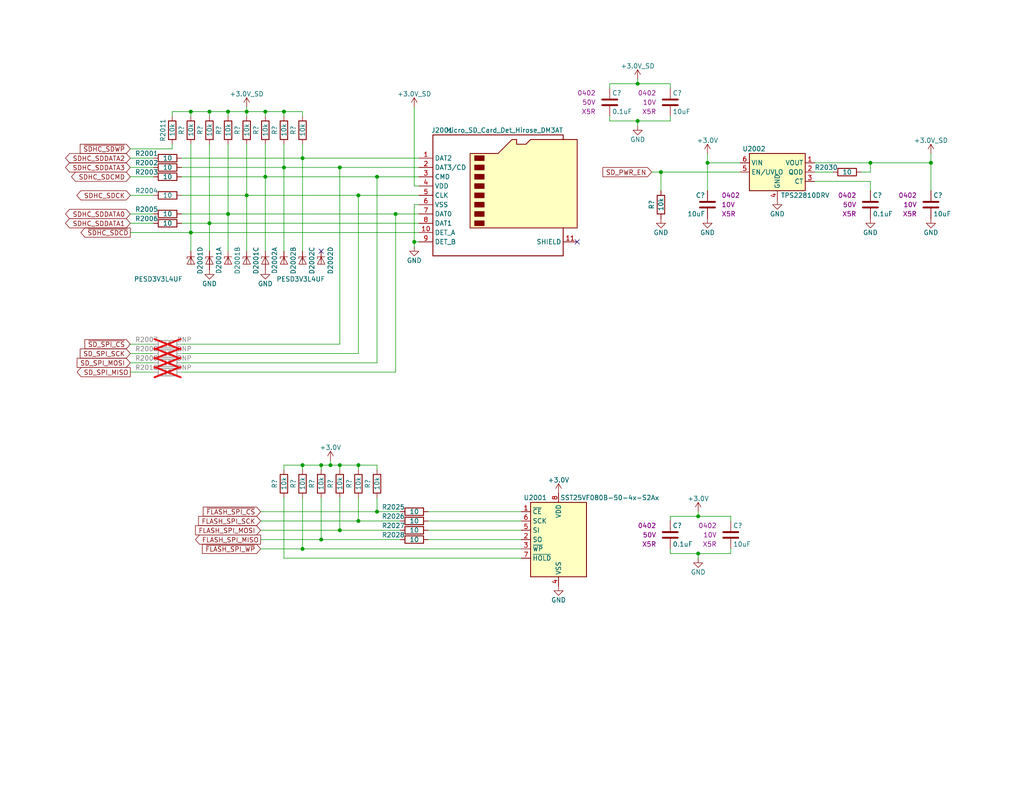
<source format=kicad_sch>
(kicad_sch (version 20231120) (generator "eeschema") (generator_version "8.0")
  (paper "A")
  (title_block (title "Thermal Camera") (date "2024-05-24") (rev "PRELIM") (company "Drew Maatman and Michael Laffin"))
  (lib_symbols
    (symbol "Connector:Micro_SD_Card_Det_Hirose_DM3AT"
      (property "Reference" "J" (at -16.51 17.78 0))
      (property "Value" "Micro_SD_Card_Det_Hirose_DM3AT" (at 16.51 17.78 0))
      (symbol "Micro_SD_Card_Det_Hirose_DM3AT_1_1"
        (pin bidirectional line (at -22.86 10.16 0) (length 3.81) (name "DAT2") (number "1"))
        (pin passive line (at -22.86 -10.16 0) (length 3.81) (name "DET_A") (number "10"))
        (pin passive line (at 20.32 -12.7 180) (length 3.81) (name "SHIELD") (number "11"))
        (pin bidirectional line (at -22.86 7.62 0) (length 3.81) (name "DAT3/CD") (number "2"))
        (pin input line (at -22.86 5.08 0) (length 3.81) (name "CMD") (number "3"))
        (pin power_in line (at -22.86 2.54 0) (length 3.81) (name "VDD") (number "4"))
        (pin input line (at -22.86 0 0) (length 3.81) (name "CLK") (number "5"))
        (pin power_in line (at -22.86 -2.54 0) (length 3.81) (name "VSS") (number "6"))
        (pin bidirectional line (at -22.86 -5.08 0) (length 3.81) (name "DAT0") (number "7"))
        (pin bidirectional line (at -22.86 -7.62 0) (length 3.81) (name "DAT1") (number "8"))
        (pin passive line (at -22.86 -12.7 0) (length 3.81) (name "DET_B") (number "9"))
      )
    )
    (symbol "Custom Library:+3.0V" (power) (pin_names (offset 0))
      (property "Value" "+3.0V" (at 0 3.556 0))
      (symbol "+3.0V_1_1"
        (pin power_in line (at 0 0 90) (length 0) hide (name "+3.0V") (number "1"))
      )
    )
    (symbol "Custom Library:+3.0V_SD" (power) (pin_names (offset 0))
      (property "Value" "+3.0V_SD" (at 0 3.556 0))
      (symbol "+3.0V_SD_1_1"
        (pin power_in line (at 0 0 90) (length 0) hide (name "+3.0V_SD") (number "1"))
      )
    )
    (symbol "Custom_Library:C_Custom" (pin_numbers hide) (pin_names (offset 0.254))
      (property "Reference" "C" (at 0.635 2.54 0))
      (property "Value" "Custom_Library_C_Custom" (at 0.635 -2.54 0))
      (property "display_footprint" "Foot" (at -3.81 2.54 0))
      (property "Voltage" "V" (at -3.81 0 0))
      (property "Dielectric" "Er" (at -3.81 -2.54 0))
      (symbol "C_Custom_1_1"
        (pin passive line (at 0 3.81 270) (length 2.794) (name "~") (number "1"))
        (pin passive line (at 0 -3.81 90) (length 2.794) (name "~") (number "2"))
      )
    )
    (symbol "Custom_Library:R_Custom" (pin_numbers hide) (pin_names (offset 1.016) hide)
      (property "Reference" "R" (at -2.54 0 90))
      (property "Value" "Custom_Library_R_Custom" (at 0 0 90))
      (property "display_footprint" "Foot" (at 2.54 0 90))
      (property "Tolerance" "Tol" (at 5.08 0 90))
      (property "Wattage" "W" (at 7.62 0 90))
      (symbol "R_Custom_1_1"
        (pin passive line (at 0 3.81 270) (length 1.27) (name "1") (number "1"))
        (pin passive line (at 0 -3.81 90) (length 1.27) (name "2") (number "2"))
      )
    )
    (symbol "Memory_Flash:SST25VF080B-50-4x-S2Ax"
      (property "Reference" "U" (at -6.35 11.43 0))
      (property "Value" "SST25VF080B-50-4x-S2Ax" (at 13.97 11.43 0))
      (symbol "SST25VF080B-50-4x-S2Ax_1_1"
        (pin input line (at -10.16 7.62 0) (length 2.54) (name "~{CE}") (number "1"))
        (pin output line (at -10.16 0 0) (length 2.54) (name "SO") (number "2"))
        (pin input line (at -10.16 -2.54 0) (length 2.54) (name "~{WP}") (number "3"))
        (pin power_in line (at 0 -12.7 90) (length 2.54) (name "VSS") (number "4"))
        (pin input line (at -10.16 2.54 0) (length 2.54) (name "SI") (number "5"))
        (pin input line (at -10.16 5.08 0) (length 2.54) (name "SCK") (number "6"))
        (pin input line (at -10.16 -5.08 0) (length 2.54) (name "~{HOLD}") (number "7"))
        (pin power_in line (at 0 12.7 270) (length 2.54) (name "VDD") (number "8"))
      )
    )
    (symbol "Power_Management:TPS22810DRV"
      (property "Reference" "U" (at -6.35 6.35 0))
      (property "Value" "TPS22810DRV" (at 7.62 -6.35 0))
      (symbol "TPS22810DRV_1_1"
        (pin power_out line (at 10.16 2.54 180) (length 2.54) (name "VOUT") (number "1"))
        (pin open_collector line (at 10.16 0 180) (length 2.54) (name "QOD") (number "2"))
        (pin output line (at 10.16 -2.54 180) (length 2.54) (name "CT") (number "3"))
        (pin power_in line (at 0 -7.62 90) (length 2.54) (name "GND") (number "4"))
        (pin input line (at -10.16 0 0) (length 2.54) (name "EN/UVLO") (number "5"))
        (pin power_in line (at -10.16 2.54 0) (length 2.54) (name "VIN") (number "6"))
        (pin passive line (at 0 -7.62 90) (length 2.54) hide (name "GND") (number "7"))
      )
    )
    (symbol "Power_Protection:PESD3V3L4UF" (pin_numbers hide) (pin_names hide)
      (property "Reference" "D" (at 0 2.54 0))
      (property "Value" "PESD3V3L4UF" (at 0 -2.54 0))
      (symbol "PESD3V3L4UF_1_1"
        (pin passive line (at -2.54 0 0) (length 2.54) (name "K1") (number "1"))
        (pin passive line (at 2.54 0 180) (length 2.54) (name "A") (number "2"))
        (pin passive line (at 2.54 0 180) (length 2.54) hide (name "A") (number "5"))
      )
      (symbol "PESD3V3L4UF_2_1"
        (pin passive line (at -2.54 0 0) (length 2.54) (name "K2") (number "3"))
      )
      (symbol "PESD3V3L4UF_3_1"
        (pin passive line (at -2.54 0 0) (length 2.54) (name "K3") (number "4"))
      )
      (symbol "PESD3V3L4UF_4_1"
        (pin passive line (at -2.54 0 0) (length 2.54) (name "K4") (number "6"))
      )
    )
    (symbol "power:GND" (power) (pin_names (offset 0))
      (property "Value" "GND" (at 0 -3.81 0))
      (symbol "GND_1_1"
        (pin power_in line (at 0 0 270) (length 0) hide (name "GND") (number "1"))
      )
    )
  )
  (junction (at 97.79 127))
  (junction (at 173.99 33.02))
  (junction (at 52.07 63.5))
  (junction (at 190.5 140.97))
  (junction (at 90.17 127))
  (junction (at 173.99 22.86))
  (junction (at 52.07 30.48))
  (junction (at 57.15 30.48))
  (junction (at 237.49 44.45))
  (junction (at 62.23 58.42))
  (junction (at 97.79 142.24))
  (junction (at 87.63 147.32))
  (junction (at 180.34 46.99))
  (junction (at 193.04 44.45))
  (junction (at 72.39 48.26))
  (junction (at 92.71 127))
  (junction (at 97.79 53.34))
  (junction (at 254 44.45))
  (junction (at 57.15 60.96))
  (junction (at 82.55 127))
  (junction (at 102.87 48.26))
  (junction (at 62.23 30.48))
  (junction (at 87.63 127))
  (junction (at 67.31 53.34))
  (junction (at 82.55 43.18))
  (junction (at 92.71 45.72))
  (junction (at 72.39 30.48))
  (junction (at 190.5 151.13))
  (junction (at 82.55 149.86))
  (junction (at 67.31 30.48))
  (junction (at 92.71 144.78))
  (junction (at 107.95 58.42))
  (junction (at 113.03 66.04))
  (junction (at 102.87 139.7))
  (junction (at 77.47 30.48))
  (junction (at 77.47 45.72))
  (no_connect (at 157.48 66.04))
  (no_connect (at 87.63 68.58))
  (wire (pts (xy 166.37 33.02) (xy 173.99 33.02)))
  (wire (pts (xy 52.07 31.75) (xy 52.07 30.48)))
  (wire (pts (xy 82.55 128.27) (xy 82.55 127)))
  (wire (pts (xy 35.56 101.6) (xy 41.91 101.6)))
  (wire (pts (xy 57.15 60.96) (xy 114.3 60.96)))
  (wire (pts (xy 77.47 127) (xy 82.55 127)))
  (wire (pts (xy 92.71 127) (xy 92.71 128.27)))
  (wire (pts (xy 190.5 151.13) (xy 199.39 151.13)))
  (wire (pts (xy 173.99 33.02) (xy 182.88 33.02)))
  (wire (pts (xy 97.79 135.89) (xy 97.79 142.24)))
  (wire (pts (xy 102.87 127) (xy 102.87 128.27)))
  (wire (pts (xy 182.88 151.13) (xy 190.5 151.13)))
  (wire (pts (xy 92.71 135.89) (xy 92.71 144.78)))
  (wire (pts (xy 109.22 144.78) (xy 92.71 144.78)))
  (wire (pts (xy 72.39 48.26) (xy 102.87 48.26)))
  (wire (pts (xy 49.53 53.34) (xy 67.31 53.34)))
  (wire (pts (xy 182.88 151.13) (xy 182.88 149.86)))
  (wire (pts (xy 71.12 142.24) (xy 97.79 142.24)))
  (wire (pts (xy 173.99 21.59) (xy 173.99 22.86)))
  (wire (pts (xy 90.17 127) (xy 87.63 127)))
  (wire (pts (xy 199.39 151.13) (xy 199.39 149.86)))
  (wire (pts (xy 166.37 33.02) (xy 166.37 31.75)))
  (wire (pts (xy 49.53 60.96) (xy 57.15 60.96)))
  (wire (pts (xy 116.84 147.32) (xy 142.24 147.32)))
  (wire (pts (xy 234.95 46.99) (xy 237.49 46.99)))
  (wire (pts (xy 173.99 22.86) (xy 182.88 22.86)))
  (wire (pts (xy 52.07 39.37) (xy 52.07 63.5)))
  (wire (pts (xy 77.47 128.27) (xy 77.47 127)))
  (wire (pts (xy 97.79 53.34) (xy 114.3 53.34)))
  (wire (pts (xy 102.87 48.26) (xy 114.3 48.26)))
  (wire (pts (xy 35.56 63.5) (xy 52.07 63.5)))
  (wire (pts (xy 72.39 30.48) (xy 77.47 30.48)))
  (wire (pts (xy 77.47 39.37) (xy 77.47 45.72)))
  (wire (pts (xy 92.71 45.72) (xy 114.3 45.72)))
  (wire (pts (xy 46.99 40.64) (xy 35.56 40.64)))
  (wire (pts (xy 109.22 147.32) (xy 87.63 147.32)))
  (wire (pts (xy 97.79 128.27) (xy 97.79 127)))
  (wire (pts (xy 35.56 96.52) (xy 41.91 96.52)))
  (wire (pts (xy 77.47 152.4) (xy 77.47 135.89)))
  (wire (pts (xy 201.93 46.99) (xy 180.34 46.99)))
  (wire (pts (xy 87.63 127) (xy 87.63 128.27)))
  (wire (pts (xy 49.53 99.06) (xy 102.87 99.06)))
  (wire (pts (xy 193.04 44.45) (xy 201.93 44.45)))
  (wire (pts (xy 71.12 149.86) (xy 82.55 149.86)))
  (wire (pts (xy 77.47 31.75) (xy 77.47 30.48)))
  (wire (pts (xy 77.47 45.72) (xy 92.71 45.72)))
  (wire (pts (xy 67.31 30.48) (xy 67.31 31.75)))
  (wire (pts (xy 92.71 127) (xy 97.79 127)))
  (wire (pts (xy 82.55 39.37) (xy 82.55 43.18)))
  (wire (pts (xy 49.53 58.42) (xy 62.23 58.42)))
  (wire (pts (xy 190.5 139.7) (xy 190.5 140.97)))
  (wire (pts (xy 49.53 48.26) (xy 72.39 48.26)))
  (wire (pts (xy 237.49 44.45) (xy 254 44.45)))
  (wire (pts (xy 57.15 39.37) (xy 57.15 60.96)))
  (wire (pts (xy 113.03 66.04) (xy 114.3 66.04)))
  (wire (pts (xy 109.22 139.7) (xy 102.87 139.7)))
  (wire (pts (xy 62.23 39.37) (xy 62.23 58.42)))
  (wire (pts (xy 62.23 30.48) (xy 67.31 30.48)))
  (wire (pts (xy 35.56 58.42) (xy 41.91 58.42)))
  (wire (pts (xy 237.49 52.07) (xy 237.49 49.53)))
  (wire (pts (xy 109.22 142.24) (xy 97.79 142.24)))
  (wire (pts (xy 72.39 30.48) (xy 72.39 31.75)))
  (wire (pts (xy 62.23 58.42) (xy 62.23 68.58)))
  (wire (pts (xy 82.55 135.89) (xy 82.55 149.86)))
  (wire (pts (xy 254 52.07) (xy 254 44.45)))
  (wire (pts (xy 35.56 53.34) (xy 41.91 53.34)))
  (wire (pts (xy 116.84 139.7) (xy 142.24 139.7)))
  (wire (pts (xy 113.03 50.8) (xy 114.3 50.8)))
  (wire (pts (xy 72.39 39.37) (xy 72.39 48.26)))
  (wire (pts (xy 180.34 46.99) (xy 180.34 52.07)))
  (wire (pts (xy 49.53 93.98) (xy 92.71 93.98)))
  (wire (pts (xy 67.31 53.34) (xy 97.79 53.34)))
  (wire (pts (xy 49.53 43.18) (xy 82.55 43.18)))
  (wire (pts (xy 71.12 139.7) (xy 102.87 139.7)))
  (wire (pts (xy 82.55 43.18) (xy 114.3 43.18)))
  (wire (pts (xy 114.3 55.88) (xy 113.03 55.88)))
  (wire (pts (xy 49.53 101.6) (xy 107.95 101.6)))
  (wire (pts (xy 199.39 140.97) (xy 199.39 142.24)))
  (wire (pts (xy 193.04 41.91) (xy 193.04 44.45)))
  (wire (pts (xy 82.55 43.18) (xy 82.55 68.58)))
  (wire (pts (xy 52.07 63.5) (xy 114.3 63.5)))
  (wire (pts (xy 67.31 53.34) (xy 67.31 68.58)))
  (wire (pts (xy 107.95 101.6) (xy 107.95 58.42)))
  (wire (pts (xy 182.88 33.02) (xy 182.88 31.75)))
  (wire (pts (xy 182.88 140.97) (xy 190.5 140.97)))
  (wire (pts (xy 90.17 127) (xy 90.17 125.73)))
  (wire (pts (xy 182.88 140.97) (xy 182.88 142.24)))
  (wire (pts (xy 87.63 135.89) (xy 87.63 147.32)))
  (wire (pts (xy 177.8 46.99) (xy 180.34 46.99)))
  (wire (pts (xy 166.37 22.86) (xy 166.37 24.13)))
  (wire (pts (xy 52.07 63.5) (xy 52.07 68.58)))
  (wire (pts (xy 190.5 151.13) (xy 190.5 152.4)))
  (wire (pts (xy 71.12 147.32) (xy 87.63 147.32)))
  (wire (pts (xy 49.53 96.52) (xy 97.79 96.52)))
  (wire (pts (xy 35.56 45.72) (xy 41.91 45.72)))
  (wire (pts (xy 35.56 93.98) (xy 41.91 93.98)))
  (wire (pts (xy 113.03 67.31) (xy 113.03 66.04)))
  (wire (pts (xy 166.37 22.86) (xy 173.99 22.86)))
  (wire (pts (xy 62.23 58.42) (xy 107.95 58.42)))
  (wire (pts (xy 190.5 140.97) (xy 199.39 140.97)))
  (wire (pts (xy 254 41.91) (xy 254 44.45)))
  (wire (pts (xy 67.31 30.48) (xy 72.39 30.48)))
  (wire (pts (xy 222.25 46.99) (xy 227.33 46.99)))
  (wire (pts (xy 82.55 30.48) (xy 82.55 31.75)))
  (wire (pts (xy 35.56 43.18) (xy 41.91 43.18)))
  (wire (pts (xy 173.99 33.02) (xy 173.99 34.29)))
  (wire (pts (xy 102.87 99.06) (xy 102.87 48.26)))
  (wire (pts (xy 97.79 96.52) (xy 97.79 53.34)))
  (wire (pts (xy 92.71 127) (xy 90.17 127)))
  (wire (pts (xy 92.71 93.98) (xy 92.71 45.72)))
  (wire (pts (xy 67.31 39.37) (xy 67.31 53.34)))
  (wire (pts (xy 52.07 30.48) (xy 57.15 30.48)))
  (wire (pts (xy 62.23 31.75) (xy 62.23 30.48)))
  (wire (pts (xy 57.15 30.48) (xy 62.23 30.48)))
  (wire (pts (xy 77.47 45.72) (xy 77.47 68.58)))
  (wire (pts (xy 113.03 29.21) (xy 113.03 50.8)))
  (wire (pts (xy 35.56 60.96) (xy 41.91 60.96)))
  (wire (pts (xy 82.55 127) (xy 87.63 127)))
  (wire (pts (xy 193.04 52.07) (xy 193.04 44.45)))
  (wire (pts (xy 97.79 127) (xy 102.87 127)))
  (wire (pts (xy 35.56 48.26) (xy 41.91 48.26)))
  (wire (pts (xy 116.84 144.78) (xy 142.24 144.78)))
  (wire (pts (xy 142.24 152.4) (xy 77.47 152.4)))
  (wire (pts (xy 107.95 58.42) (xy 114.3 58.42)))
  (wire (pts (xy 49.53 45.72) (xy 77.47 45.72)))
  (wire (pts (xy 35.56 99.06) (xy 41.91 99.06)))
  (wire (pts (xy 57.15 60.96) (xy 57.15 68.58)))
  (wire (pts (xy 182.88 22.86) (xy 182.88 24.13)))
  (wire (pts (xy 113.03 55.88) (xy 113.03 66.04)))
  (wire (pts (xy 222.25 44.45) (xy 237.49 44.45)))
  (wire (pts (xy 71.12 144.78) (xy 92.71 144.78)))
  (wire (pts (xy 116.84 142.24) (xy 142.24 142.24)))
  (wire (pts (xy 46.99 31.75) (xy 46.99 30.48)))
  (wire (pts (xy 237.49 46.99) (xy 237.49 44.45)))
  (wire (pts (xy 46.99 39.37) (xy 46.99 40.64)))
  (wire (pts (xy 46.99 30.48) (xy 52.07 30.48)))
  (wire (pts (xy 82.55 149.86) (xy 142.24 149.86)))
  (wire (pts (xy 77.47 30.48) (xy 82.55 30.48)))
  (wire (pts (xy 57.15 31.75) (xy 57.15 30.48)))
  (wire (pts (xy 237.49 49.53) (xy 222.25 49.53)))
  (wire (pts (xy 72.39 48.26) (xy 72.39 68.58)))
  (wire (pts (xy 67.31 30.48) (xy 67.31 29.21)))
  (wire (pts (xy 102.87 135.89) (xy 102.87 139.7)))
  (global_label "~{SDHC_SDWP}" (shape input) (at 35.56 40.64 180) (property "Intersheetrefs" "${INTERSHEET_REFS}" (effects (hide yes))))
  (global_label "SDHC_SDDATA1" (shape bidirectional) (at 35.56 60.96 180) (property "Intersheetrefs" "${INTERSHEET_REFS}" (effects (hide yes))))
  (global_label "SDHC_SDCMD" (shape bidirectional) (at 35.56 48.26 180) (property "Intersheetrefs" "${INTERSHEET_REFS}" (effects (hide yes))))
  (global_label "FLASH_SPI_MOSI" (shape input) (at 71.12 144.78 180) (property "Intersheetrefs" "${INTERSHEET_REFS}" (effects (hide yes))))
  (global_label "SD_SPI_SCK" (shape input) (at 35.56 96.52 180) (property "Intersheetrefs" "${INTERSHEET_REFS}" (effects (hide yes))))
  (global_label "~{SD_SPI_CS}" (shape input) (at 35.56 93.98 180) (property "Intersheetrefs" "${INTERSHEET_REFS}" (effects (hide yes))))
  (global_label "~{FLASH_SPI_CS}" (shape input) (at 71.12 139.7 180) (property "Intersheetrefs" "${INTERSHEET_REFS}" (effects (hide yes))))
  (global_label "SDHC_SDCK" (shape bidirectional) (at 35.56 53.34 180) (property "Intersheetrefs" "${INTERSHEET_REFS}" (effects (hide yes))))
  (global_label "SD_PWR_EN" (shape input) (at 177.8 46.99 180) (property "Intersheetrefs" "${INTERSHEET_REFS}" (effects (hide yes))))
  (global_label "SD_SPI_MOSI" (shape input) (at 35.56 99.06 180) (property "Intersheetrefs" "${INTERSHEET_REFS}" (effects (hide yes))))
  (global_label "SDHC_SDDATA3" (shape bidirectional) (at 35.56 45.72 180) (property "Intersheetrefs" "${INTERSHEET_REFS}" (effects (hide yes))))
  (global_label "SDHC_SDDATA0" (shape bidirectional) (at 35.56 58.42 180) (property "Intersheetrefs" "${INTERSHEET_REFS}" (effects (hide yes))))
  (global_label "~{FLASH_SPI_WP}" (shape input) (at 71.12 149.86 180) (property "Intersheetrefs" "${INTERSHEET_REFS}" (effects (hide yes))))
  (global_label "~{SDHC_SDCD}" (shape output) (at 35.56 63.5 180) (property "Intersheetrefs" "${INTERSHEET_REFS}" (effects (hide yes))))
  (global_label "FLASH_SPI_SCK" (shape input) (at 71.12 142.24 180) (property "Intersheetrefs" "${INTERSHEET_REFS}" (effects (hide yes))))
  (global_label "FLASH_SPI_MISO" (shape output) (at 71.12 147.32 180) (property "Intersheetrefs" "${INTERSHEET_REFS}" (effects (hide yes))))
  (global_label "SDHC_SDDATA2" (shape bidirectional) (at 35.56 43.18 180) (property "Intersheetrefs" "${INTERSHEET_REFS}" (effects (hide yes))))
  (global_label "SD_SPI_MISO" (shape output) (at 35.56 101.6 180) (property "Intersheetrefs" "${INTERSHEET_REFS}" (effects (hide yes))))
  (symbol (lib_id "Custom Library:+3.0V") (at 90.17 125.73 0) (unit 1)
    (property "Reference" "#PWR02004" (effects (hide yes)))
    (property "Value" "+3.0V" (at 90.17 122.174 0))
  )
  (symbol (lib_id "Custom_Library:R_Custom") (at 77.47 132.08 0) (unit 1)
    (property "Reference" "R?" (at 74.93 132.08 90))
    (property "Value" "10k" (at 77.47 133.858 90) (effects (justify left)))
    (property "Footprint" "Resistors_SMD:R_0402" (effects (hide yes)))
    (property "display_footprint" "0402" (effects (hide yes)))
    (property "Tolerance" "1%" (effects (hide yes)))
    (property "Wattage" "1/16W" (effects (hide yes)))
    (property "Digi-Key PN" "RMCF0402FT10K0CT-ND" (effects (hide yes)))
    (instances (project "Nixie_Clock_Core" (path "" (reference "R?") (unit 1))) (project "LED_Panel_Controller" (path "" (reference "R?") (unit 1)) (path "" (reference "R?") (unit 1)) (path "" (reference "R?") (unit 1)) (path "" (reference "R?") (unit 1)) (path "" (reference "R?") (unit 1)) (path "" (reference "R?") (unit 1))) (project "Thermal_Camera" (path "" (reference "R2018") (unit 1))))
  )
  (symbol (lib_id "Custom_Library:R_Custom") (at 45.72 43.18 270) (unit 1)
    (property "Reference" "R2001" (at 43.18 41.91 90) (effects (justify right)))
    (property "Value" "10" (at 45.72 43.18 90))
    (property "Footprint" "Resistors_SMD:R_0402" (effects (hide yes)))
    (property "display_footprint" "0402" (effects (hide yes)))
    (property "Tolerance" "1%" (effects (hide yes)))
    (property "Wattage" "1/16W" (effects (hide yes)))
    (property "Digi-Key PN" "RMCF0402FT10R0CT-ND" (effects (hide yes)))
    (instances (project "Thermal_Camera" (path "" (reference "R2001") (unit 1))) (project "LED_Panel_Controller" (path "" (reference "R?") (unit 1)) (path "" (reference "R?") (unit 1)) (path "" (reference "R?") (unit 1)) (path "" (reference "R?") (unit 1))) (project "USB_Hub" (path "" (reference "R?") (unit 1))))
  )
  (symbol (lib_id "power:GND") (at 237.49 59.69 0) (unit 1)
    (property "Reference" "#PWR?" (effects (hide yes)))
    (property "Value" "GND" (at 237.49 63.5 0))
    (instances (project "VFD_Clock" (path "" (reference "#PWR?") (unit 1))) (project "Nixie_Clock_Core" (path "" (reference "#PWR?") (unit 1))) (project "Thermal_Camera" (path "" (reference "#PWR02017") (unit 1))))
  )
  (symbol (lib_id "Custom_Library:R_Custom") (at 87.63 132.08 0) (unit 1)
    (property "Reference" "R?" (at 85.09 132.08 90))
    (property "Value" "10k" (at 87.63 133.858 90) (effects (justify left)))
    (property "Footprint" "Resistors_SMD:R_0402" (effects (hide yes)))
    (property "display_footprint" "0402" (effects (hide yes)))
    (property "Tolerance" "1%" (effects (hide yes)))
    (property "Wattage" "1/16W" (effects (hide yes)))
    (property "Digi-Key PN" "RMCF0402FT10K0CT-ND" (effects (hide yes)))
    (instances (project "Nixie_Clock_Core" (path "" (reference "R?") (unit 1))) (project "LED_Panel_Controller" (path "" (reference "R?") (unit 1)) (path "" (reference "R?") (unit 1)) (path "" (reference "R?") (unit 1)) (path "" (reference "R?") (unit 1)) (path "" (reference "R?") (unit 1)) (path "" (reference "R?") (unit 1))) (project "Thermal_Camera" (path "" (reference "R2021") (unit 1))))
  )
  (symbol (lib_id "power:GND") (at 180.34 59.69 0) (mirror y) (unit 1)
    (property "Reference" "#PWR?" (effects (hide yes)))
    (property "Value" "GND" (at 180.34 63.5 0))
    (instances (project "VFD_Clock" (path "" (reference "#PWR?") (unit 1))) (project "Nixie_Clock_Core" (path "" (reference "#PWR?") (unit 1))) (project "Thermal_Camera" (path "" (reference "#PWR02011") (unit 1))))
  )
  (symbol (lib_id "Custom_Library:R_Custom") (at 113.03 142.24 270) (unit 1)
    (property "Reference" "R2026" (at 110.49 140.97 90) (effects (justify right)))
    (property "Value" "10" (at 113.03 142.24 90))
    (property "Footprint" "Resistors_SMD:R_0402" (effects (hide yes)))
    (property "display_footprint" "0402" (effects (hide yes)))
    (property "Tolerance" "1%" (effects (hide yes)))
    (property "Wattage" "1/16W" (effects (hide yes)))
    (property "Digi-Key PN" "RMCF0402FT10R0CT-ND" (effects (hide yes)))
    (instances (project "Thermal_Camera" (path "" (reference "R2026") (unit 1))) (project "LED_Panel_Controller" (path "" (reference "R?") (unit 1)) (path "" (reference "R?") (unit 1)) (path "" (reference "R?") (unit 1)) (path "" (reference "R?") (unit 1))) (project "USB_Hub" (path "" (reference "R?") (unit 1))))
  )
  (symbol (lib_id "Custom_Library:R_Custom") (at 113.03 144.78 270) (unit 1)
    (property "Reference" "R2027" (at 110.49 143.51 90) (effects (justify right)))
    (property "Value" "10" (at 113.03 144.78 90))
    (property "Footprint" "Resistors_SMD:R_0402" (effects (hide yes)))
    (property "display_footprint" "0402" (effects (hide yes)))
    (property "Tolerance" "1%" (effects (hide yes)))
    (property "Wattage" "1/16W" (effects (hide yes)))
    (property "Digi-Key PN" "RMCF0402FT10R0CT-ND" (effects (hide yes)))
    (instances (project "Thermal_Camera" (path "" (reference "R2027") (unit 1))) (project "LED_Panel_Controller" (path "" (reference "R?") (unit 1)) (path "" (reference "R?") (unit 1)) (path "" (reference "R?") (unit 1)) (path "" (reference "R?") (unit 1))) (project "USB_Hub" (path "" (reference "R?") (unit 1))))
  )
  (symbol (lib_id "Power_Protection:PESD3V3L4UF") (at 57.15 71.12 270) (unit 1)
    (property "Reference" "D2001" (at 59.69 71.12 0))
    (property "Value" "PESD3V3L4UF" (at 43.18 76.2 90))
    (property "Footprint" "Package_TO_SOT_SMD:SOT-886" (effects (hide yes)))
    (property "Datasheet" "https://assets.nexperia.com/documents/data-sheet/PESDXL4UF_G_W.pdf" (effects (hide yes)))
  )
  (symbol (lib_id "Connector:Micro_SD_Card_Det_Hirose_DM3AT") (at 137.16 53.34 0) (unit 1)
    (property "Reference" "J2001" (at 120.65 35.56 0))
    (property "Value" "Micro_SD_Card_Det_Hirose_DM3AT" (at 153.67 35.56 0) (effects (justify right)))
    (property "Footprint" "Connectors_Card:Hirose_DM3AT-SF-PEJM5" (effects (hide yes)))
    (property "Datasheet" "https://www.hirose.com/product/en/download_file/key_name/DM3/category/Catalog/doc_file_id/49662/?file_category_id=4&item_id=195&is_series=1" (effects (hide yes)))
    (property "Digi-Key PN" "HR1964CT-ND" (effects (hide yes)))
  )
  (symbol (lib_id "Custom_Library:R_Custom") (at 77.47 35.56 0) (unit 1)
    (property "Reference" "R?" (at 74.93 35.56 90))
    (property "Value" "10k" (at 77.47 37.338 90) (effects (justify left)))
    (property "Footprint" "Resistors_SMD:R_0402" (effects (hide yes)))
    (property "display_footprint" "0402" (effects (hide yes)))
    (property "Tolerance" "1%" (effects (hide yes)))
    (property "Wattage" "1/16W" (effects (hide yes)))
    (property "Digi-Key PN" "RMCF0402FT10K0CT-ND" (effects (hide yes)))
    (instances (project "Nixie_Clock_Core" (path "" (reference "R?") (unit 1))) (project "LED_Panel_Controller" (path "" (reference "R?") (unit 1)) (path "" (reference "R?") (unit 1)) (path "" (reference "R?") (unit 1)) (path "" (reference "R?") (unit 1)) (path "" (reference "R?") (unit 1)) (path "" (reference "R?") (unit 1))) (project "Thermal_Camera" (path "" (reference "R2017") (unit 1))))
  )
  (symbol (lib_id "Custom Library:+3.0V_SD") (at 67.31 29.21 0) (unit 1)
    (property "Reference" "#PWR02002" (effects (hide yes)))
    (property "Value" "+3.0V_SD" (at 67.31 25.654 0))
  )
  (symbol (lib_id "Power_Protection:PESD3V3L4UF") (at 77.47 71.12 270) (unit 2)
    (property "Reference" "D2002" (at 80.01 71.12 0))
    (property "Value" "PESD3V3L4UF" (effects (hide yes)))
    (property "Footprint" "Package_TO_SOT_SMD:SOT-886" (effects (hide yes)))
    (property "Datasheet" "https://assets.nexperia.com/documents/data-sheet/PESDXL4UF_G_W.pdf" (effects (hide yes)))
  )
  (symbol (lib_id "power:GND") (at 254 59.69 0) (unit 1)
    (property "Reference" "#PWR?" (effects (hide yes)))
    (property "Value" "GND" (at 254 63.5 0))
    (instances (project "VFD_Clock" (path "" (reference "#PWR?") (unit 1))) (project "Nixie_Clock_Core" (path "" (reference "#PWR?") (unit 1))) (project "Thermal_Camera" (path "" (reference "#PWR02019") (unit 1))))
  )
  (symbol (lib_id "Custom Library:+3.0V_SD") (at 113.03 29.21 0) (unit 1)
    (property "Reference" "#PWR02005" (effects (hide yes)))
    (property "Value" "+3.0V_SD" (at 113.03 25.654 0))
  )
  (symbol (lib_id "Custom_Library:R_Custom") (at 46.99 35.56 0) (unit 1)
    (property "Reference" "R2011" (at 44.45 35.56 90))
    (property "Value" "10k" (at 46.99 37.338 90) (effects (justify left)))
    (property "Footprint" "Resistors_SMD:R_0402" (effects (hide yes)))
    (property "display_footprint" "0402" (effects (hide yes)))
    (property "Tolerance" "1%" (effects (hide yes)))
    (property "Wattage" "1/16W" (effects (hide yes)))
    (property "Digi-Key PN" "RMCF0402FT10K0CT-ND" (effects (hide yes)))
  )
  (symbol (lib_id "Memory_Flash:SST25VF080B-50-4x-S2Ax") (at 152.4 147.32 0) (unit 1)
    (property "Reference" "U2001" (at 146.05 135.89 0))
    (property "Value" "SST25VF080B-50-4x-S2Ax" (at 166.37 135.89 0))
    (property "Footprint" "Package_SO:SOIC-8_5.275x5.275mm_P1.27mm" (effects (hide yes)))
    (property "Datasheet" "http://ww1.microchip.com/downloads/en/DeviceDoc/20005045C.pdf" (effects (hide yes)))
    (property "Digi-Key PN" "SST25VF080B-50-4C-S2AF-ND" (effects (hide yes)))
  )
  (symbol (lib_id "Custom Library:+3.0V") (at 152.4 134.62 0) (unit 1)
    (property "Reference" "#PWR02007" (effects (hide yes)))
    (property "Value" "+3.0V" (at 152.4 131.064 0))
  )
  (symbol (lib_id "Custom_Library:R_Custom") (at 231.14 46.99 270) (unit 1)
    (property "Reference" "R2030" (at 228.6 45.72 90) (effects (justify right)))
    (property "Value" "10" (at 231.14 46.99 90))
    (property "Footprint" "Resistors_SMD:R_0402" (effects (hide yes)))
    (property "display_footprint" "0402" (effects (hide yes)))
    (property "Tolerance" "1%" (effects (hide yes)))
    (property "Wattage" "1/16W" (effects (hide yes)))
    (property "Digi-Key PN" "RMCF0402FT10R0CT-ND" (effects (hide yes)))
    (instances (project "Thermal_Camera" (path "" (reference "R2030") (unit 1))) (project "LED_Panel_Controller" (path "" (reference "R?") (unit 1)) (path "" (reference "R?") (unit 1)) (path "" (reference "R?") (unit 1)) (path "" (reference "R?") (unit 1))) (project "USB_Hub" (path "" (reference "R?") (unit 1))))
  )
  (symbol (lib_id "Custom_Library:R_Custom") (at 45.72 93.98 270) (unit 1) (dnp yes)
    (property "Reference" "R2007" (at 43.18 92.71 90) (effects (justify right)))
    (property "Value" "10" (at 45.72 93.98 90))
    (property "Footprint" "Resistors_SMD:R_0402" (effects (hide yes)))
    (property "display_footprint" "0402" (effects (hide yes)))
    (property "Tolerance" "1%" (effects (hide yes)))
    (property "Wattage" "1/16W" (effects (hide yes)))
    (property "Digi-Key PN" "RMCF0402FT10R0CT-ND" (effects (hide yes)))
    (property "Configuration" "DNP" (at 48.26 92.71 90) (effects (justify left)))
    (instances (project "Thermal_Camera" (path "" (reference "R2007") (unit 1))) (project "LED_Panel_Controller" (path "" (reference "R?") (unit 1)) (path "" (reference "R?") (unit 1)) (path "" (reference "R?") (unit 1)) (path "" (reference "R?") (unit 1))) (project "USB_Hub" (path "" (reference "R?") (unit 1))))
  )
  (symbol (lib_id "Custom_Library:R_Custom") (at 82.55 132.08 0) (unit 1)
    (property "Reference" "R?" (at 80.01 132.08 90))
    (property "Value" "10k" (at 82.55 133.858 90) (effects (justify left)))
    (property "Footprint" "Resistors_SMD:R_0402" (effects (hide yes)))
    (property "display_footprint" "0402" (effects (hide yes)))
    (property "Tolerance" "1%" (effects (hide yes)))
    (property "Wattage" "1/16W" (effects (hide yes)))
    (property "Digi-Key PN" "RMCF0402FT10K0CT-ND" (effects (hide yes)))
    (instances (project "Nixie_Clock_Core" (path "" (reference "R?") (unit 1))) (project "LED_Panel_Controller" (path "" (reference "R?") (unit 1)) (path "" (reference "R?") (unit 1)) (path "" (reference "R?") (unit 1)) (path "" (reference "R?") (unit 1)) (path "" (reference "R?") (unit 1)) (path "" (reference "R?") (unit 1))) (project "Thermal_Camera" (path "" (reference "R2020") (unit 1))))
  )
  (symbol (lib_id "Custom_Library:R_Custom") (at 67.31 35.56 0) (unit 1)
    (property "Reference" "R?" (at 64.77 35.56 90))
    (property "Value" "10k" (at 67.31 37.338 90) (effects (justify left)))
    (property "Footprint" "Resistors_SMD:R_0402" (effects (hide yes)))
    (property "display_footprint" "0402" (effects (hide yes)))
    (property "Tolerance" "1%" (effects (hide yes)))
    (property "Wattage" "1/16W" (effects (hide yes)))
    (property "Digi-Key PN" "RMCF0402FT10K0CT-ND" (effects (hide yes)))
    (instances (project "Nixie_Clock_Core" (path "" (reference "R?") (unit 1))) (project "LED_Panel_Controller" (path "" (reference "R?") (unit 1)) (path "" (reference "R?") (unit 1)) (path "" (reference "R?") (unit 1)) (path "" (reference "R?") (unit 1)) (path "" (reference "R?") (unit 1)) (path "" (reference "R?") (unit 1))) (project "Thermal_Camera" (path "" (reference "R2015") (unit 1))))
  )
  (symbol (lib_id "Custom_Library:C_Custom") (at 199.39 146.05 0) (unit 1)
    (property "Reference" "C?" (at 200.025 143.51 0) (effects (justify left)))
    (property "Value" "10uF" (at 200.025 148.59 0) (effects (justify left)))
    (property "Footprint" "Capacitors_SMD:C_0402" (effects (hide yes)))
    (property "display_footprint" "0402" (at 195.58 143.51 0) (effects (justify right)))
    (property "Voltage" "10V" (at 195.58 146.05 0) (effects (justify right)))
    (property "Dielectric" "X5R" (at 195.58 148.59 0) (effects (justify right)))
    (property "Digi-Key PN" "490-GRM155R61A106ME11DCT-ND" (effects (hide yes)))
    (instances (project "VFD_Clock" (path "" (reference "C?") (unit 1)) (path "" (reference "C?") (unit 1)) (path "" (reference "C?") (unit 1)) (path "" (reference "C?") (unit 1)) (path "" (reference "C?") (unit 1))) (project "Nixie_Clock_Core" (path "" (reference "C?") (unit 1))) (project "Thermal_Camera" (path "" (reference "C2005") (unit 1))))
  )
  (symbol (lib_id "Custom Library:+3.0V") (at 190.5 139.7 0) (unit 1)
    (property "Reference" "#PWR02012" (effects (hide yes)))
    (property "Value" "+3.0V" (at 190.5 136.144 0))
  )
  (symbol (lib_id "Custom_Library:R_Custom") (at 113.03 139.7 270) (unit 1)
    (property "Reference" "R2025" (at 110.49 138.43 90) (effects (justify right)))
    (property "Value" "10" (at 113.03 139.7 90))
    (property "Footprint" "Resistors_SMD:R_0402" (effects (hide yes)))
    (property "display_footprint" "0402" (effects (hide yes)))
    (property "Tolerance" "1%" (effects (hide yes)))
    (property "Wattage" "1/16W" (effects (hide yes)))
    (property "Digi-Key PN" "RMCF0402FT10R0CT-ND" (effects (hide yes)))
    (instances (project "Thermal_Camera" (path "" (reference "R2025") (unit 1))) (project "LED_Panel_Controller" (path "" (reference "R?") (unit 1)) (path "" (reference "R?") (unit 1)) (path "" (reference "R?") (unit 1)) (path "" (reference "R?") (unit 1))) (project "USB_Hub" (path "" (reference "R?") (unit 1))))
  )
  (symbol (lib_id "Power_Protection:PESD3V3L4UF") (at 67.31 71.12 270) (unit 3)
    (property "Reference" "D2001" (at 69.85 71.12 0))
    (property "Value" "PESD3V3L4UF" (effects (hide yes)))
    (property "Footprint" "Package_TO_SOT_SMD:SOT-886" (effects (hide yes)))
    (property "Datasheet" "https://assets.nexperia.com/documents/data-sheet/PESDXL4UF_G_W.pdf" (effects (hide yes)))
  )
  (symbol (lib_id "Custom_Library:C_Custom") (at 237.49 55.88 0) (unit 1)
    (property "Reference" "C?" (at 238.125 53.34 0) (effects (justify left)))
    (property "Value" "0.1uF" (at 238.125 58.42 0) (effects (justify left)))
    (property "Footprint" "Capacitors_SMD:C_0402" (effects (hide yes)))
    (property "display_footprint" "0402" (at 233.68 53.34 0) (effects (justify right)))
    (property "Voltage" "50V" (at 233.68 55.88 0) (effects (justify right)))
    (property "Dielectric" "X5R" (at 233.68 58.42 0) (effects (justify right)))
    (property "Digi-Key PN" "490-10697-1-ND" (effects (hide yes)))
    (instances (project "VFD_Clock" (path "" (reference "C?") (unit 1))) (project "Nixie_Clock_Core" (path "" (reference "C?") (unit 1))) (project "Thermal_Camera" (path "" (reference "C2006") (unit 1))))
  )
  (symbol (lib_id "Custom_Library:R_Custom") (at 45.72 99.06 270) (unit 1) (dnp yes)
    (property "Reference" "R2009" (at 43.18 97.79 90) (effects (justify right)))
    (property "Value" "10" (at 45.72 99.06 90))
    (property "Footprint" "Resistors_SMD:R_0402" (effects (hide yes)))
    (property "display_footprint" "0402" (effects (hide yes)))
    (property "Tolerance" "1%" (effects (hide yes)))
    (property "Wattage" "1/16W" (effects (hide yes)))
    (property "Digi-Key PN" "RMCF0402FT10R0CT-ND" (effects (hide yes)))
    (property "Configuration" "DNP" (at 48.26 97.79 90) (effects (justify left)))
    (instances (project "Thermal_Camera" (path "" (reference "R2009") (unit 1))) (project "LED_Panel_Controller" (path "" (reference "R?") (unit 1)) (path "" (reference "R?") (unit 1)) (path "" (reference "R?") (unit 1)) (path "" (reference "R?") (unit 1))) (project "USB_Hub" (path "" (reference "R?") (unit 1))))
  )
  (symbol (lib_id "Custom_Library:R_Custom") (at 72.39 35.56 0) (unit 1)
    (property "Reference" "R?" (at 69.85 35.56 90))
    (property "Value" "10k" (at 72.39 37.338 90) (effects (justify left)))
    (property "Footprint" "Resistors_SMD:R_0402" (effects (hide yes)))
    (property "display_footprint" "0402" (effects (hide yes)))
    (property "Tolerance" "1%" (effects (hide yes)))
    (property "Wattage" "1/16W" (effects (hide yes)))
    (property "Digi-Key PN" "RMCF0402FT10K0CT-ND" (effects (hide yes)))
    (instances (project "Nixie_Clock_Core" (path "" (reference "R?") (unit 1))) (project "LED_Panel_Controller" (path "" (reference "R?") (unit 1)) (path "" (reference "R?") (unit 1)) (path "" (reference "R?") (unit 1)) (path "" (reference "R?") (unit 1)) (path "" (reference "R?") (unit 1)) (path "" (reference "R?") (unit 1))) (project "Thermal_Camera" (path "" (reference "R2016") (unit 1))))
  )
  (symbol (lib_id "Custom_Library:C_Custom") (at 182.88 27.94 0) (unit 1)
    (property "Reference" "C?" (at 183.515 25.4 0) (effects (justify left)))
    (property "Value" "10uF" (at 183.515 30.48 0) (effects (justify left)))
    (property "Footprint" "Capacitors_SMD:C_0402" (effects (hide yes)))
    (property "display_footprint" "0402" (at 179.07 25.4 0) (effects (justify right)))
    (property "Voltage" "10V" (at 179.07 27.94 0) (effects (justify right)))
    (property "Dielectric" "X5R" (at 179.07 30.48 0) (effects (justify right)))
    (property "Digi-Key PN" "490-GRM155R61A106ME11DCT-ND" (effects (hide yes)))
    (instances (project "VFD_Clock" (path "" (reference "C?") (unit 1)) (path "" (reference "C?") (unit 1)) (path "" (reference "C?") (unit 1)) (path "" (reference "C?") (unit 1)) (path "" (reference "C?") (unit 1))) (project "Nixie_Clock_Core" (path "" (reference "C?") (unit 1))) (project "Thermal_Camera" (path "" (reference "C2002") (unit 1))))
  )
  (symbol (lib_id "Custom_Library:C_Custom") (at 166.37 27.94 0) (unit 1)
    (property "Reference" "C?" (at 167.005 25.4 0) (effects (justify left)))
    (property "Value" "0.1uF" (at 167.005 30.48 0) (effects (justify left)))
    (property "Footprint" "Capacitors_SMD:C_0402" (effects (hide yes)))
    (property "display_footprint" "0402" (at 162.56 25.4 0) (effects (justify right)))
    (property "Voltage" "50V" (at 162.56 27.94 0) (effects (justify right)))
    (property "Dielectric" "X5R" (at 162.56 30.48 0) (effects (justify right)))
    (property "Digi-Key PN" "490-10697-1-ND" (effects (hide yes)))
    (instances (project "VFD_Clock" (path "" (reference "C?") (unit 1))) (project "Nixie_Clock_Core" (path "" (reference "C?") (unit 1))) (project "Thermal_Camera" (path "" (reference "C2001") (unit 1))))
  )
  (symbol (lib_id "Custom Library:+3.0V_SD") (at 254 41.91 0) (unit 1)
    (property "Reference" "#PWR02018" (effects (hide yes)))
    (property "Value" "+3.0V_SD" (at 254 38.354 0))
  )
  (symbol (lib_id "Custom_Library:R_Custom") (at 102.87 132.08 0) (unit 1)
    (property "Reference" "R?" (at 100.33 132.08 90))
    (property "Value" "10k" (at 102.87 133.858 90) (effects (justify left)))
    (property "Footprint" "Resistors_SMD:R_0402" (effects (hide yes)))
    (property "display_footprint" "0402" (effects (hide yes)))
    (property "Tolerance" "1%" (effects (hide yes)))
    (property "Wattage" "1/16W" (effects (hide yes)))
    (property "Digi-Key PN" "RMCF0402FT10K0CT-ND" (effects (hide yes)))
    (instances (project "Nixie_Clock_Core" (path "" (reference "R?") (unit 1))) (project "LED_Panel_Controller" (path "" (reference "R?") (unit 1)) (path "" (reference "R?") (unit 1)) (path "" (reference "R?") (unit 1)) (path "" (reference "R?") (unit 1)) (path "" (reference "R?") (unit 1)) (path "" (reference "R?") (unit 1))) (project "Thermal_Camera" (path "" (reference "R2024") (unit 1))))
  )
  (symbol (lib_id "Power_Management:TPS22810DRV") (at 212.09 46.99 0) (unit 1)
    (property "Reference" "U2002" (at 205.74 40.64 0))
    (property "Value" "TPS22810DRV" (at 219.71 53.34 0))
    (property "Footprint" "Package_SON:WSON-6-1EP_2x2mm_P0.65mm_EP1x1.6mm" (effects (hide yes)))
    (property "Datasheet" "http://www.ti.com/lit/ds/symlink/tps22810.pdf" (effects (hide yes)))
    (property "Digi-Key PN" "296-47868-1-ND" (effects (hide yes)))
  )
  (symbol (lib_id "Power_Protection:PESD3V3L4UF") (at 72.39 71.12 270) (unit 1)
    (property "Reference" "D2002" (at 74.93 71.12 0))
    (property "Value" "PESD3V3L4UF" (at 82.042 76.2 90))
    (property "Footprint" "Package_TO_SOT_SMD:SOT-886" (effects (hide yes)))
    (property "Datasheet" "https://assets.nexperia.com/documents/data-sheet/PESDXL4UF_G_W.pdf" (effects (hide yes)))
  )
  (symbol (lib_id "Custom_Library:R_Custom") (at 92.71 132.08 0) (unit 1)
    (property "Reference" "R?" (at 90.17 132.08 90))
    (property "Value" "10k" (at 92.71 133.858 90) (effects (justify left)))
    (property "Footprint" "Resistors_SMD:R_0402" (effects (hide yes)))
    (property "display_footprint" "0402" (effects (hide yes)))
    (property "Tolerance" "1%" (effects (hide yes)))
    (property "Wattage" "1/16W" (effects (hide yes)))
    (property "Digi-Key PN" "RMCF0402FT10K0CT-ND" (effects (hide yes)))
    (instances (project "Nixie_Clock_Core" (path "" (reference "R?") (unit 1))) (project "LED_Panel_Controller" (path "" (reference "R?") (unit 1)) (path "" (reference "R?") (unit 1)) (path "" (reference "R?") (unit 1)) (path "" (reference "R?") (unit 1)) (path "" (reference "R?") (unit 1)) (path "" (reference "R?") (unit 1))) (project "Thermal_Camera" (path "" (reference "R2022") (unit 1))))
  )
  (symbol (lib_id "Custom_Library:R_Custom") (at 113.03 147.32 270) (unit 1)
    (property "Reference" "R2028" (at 110.49 146.05 90) (effects (justify right)))
    (property "Value" "10" (at 113.03 147.32 90))
    (property "Footprint" "Resistors_SMD:R_0402" (effects (hide yes)))
    (property "display_footprint" "0402" (effects (hide yes)))
    (property "Tolerance" "1%" (effects (hide yes)))
    (property "Wattage" "1/16W" (effects (hide yes)))
    (property "Digi-Key PN" "RMCF0402FT10R0CT-ND" (effects (hide yes)))
    (instances (project "Thermal_Camera" (path "" (reference "R2028") (unit 1))) (project "LED_Panel_Controller" (path "" (reference "R?") (unit 1)) (path "" (reference "R?") (unit 1)) (path "" (reference "R?") (unit 1)) (path "" (reference "R?") (unit 1))) (project "USB_Hub" (path "" (reference "R?") (unit 1))))
  )
  (symbol (lib_id "power:GND") (at 152.4 160.02 0) (unit 1)
    (property "Reference" "#PWR02008" (effects (hide yes)))
    (property "Value" "GND" (at 152.4 163.83 0))
  )
  (symbol (lib_id "Custom_Library:R_Custom") (at 82.55 35.56 0) (unit 1)
    (property "Reference" "R?" (at 80.01 35.56 90))
    (property "Value" "10k" (at 82.55 37.338 90) (effects (justify left)))
    (property "Footprint" "Resistors_SMD:R_0402" (effects (hide yes)))
    (property "display_footprint" "0402" (effects (hide yes)))
    (property "Tolerance" "1%" (effects (hide yes)))
    (property "Wattage" "1/16W" (effects (hide yes)))
    (property "Digi-Key PN" "RMCF0402FT10K0CT-ND" (effects (hide yes)))
    (instances (project "Nixie_Clock_Core" (path "" (reference "R?") (unit 1))) (project "LED_Panel_Controller" (path "" (reference "R?") (unit 1)) (path "" (reference "R?") (unit 1)) (path "" (reference "R?") (unit 1)) (path "" (reference "R?") (unit 1)) (path "" (reference "R?") (unit 1)) (path "" (reference "R?") (unit 1))) (project "Thermal_Camera" (path "" (reference "R2019") (unit 1))))
  )
  (symbol (lib_id "power:GND") (at 113.03 67.31 0) (unit 1)
    (property "Reference" "#PWR02006" (effects (hide yes)))
    (property "Value" "GND" (at 113.03 71.12 0))
  )
  (symbol (lib_id "Custom_Library:R_Custom") (at 180.34 55.88 0) (unit 1)
    (property "Reference" "R?" (at 177.8 55.88 90))
    (property "Value" "10k" (at 180.34 57.658 90) (effects (justify left)))
    (property "Footprint" "Resistors_SMD:R_0402" (effects (hide yes)))
    (property "display_footprint" "0402" (effects (hide yes)))
    (property "Tolerance" "1%" (effects (hide yes)))
    (property "Wattage" "1/16W" (effects (hide yes)))
    (property "Digi-Key PN" "RMCF0402FT10K0CT-ND" (effects (hide yes)))
    (instances (project "Nixie_Clock_Core" (path "" (reference "R?") (unit 1))) (project "LED_Panel_Controller" (path "" (reference "R?") (unit 1)) (path "" (reference "R?") (unit 1)) (path "" (reference "R?") (unit 1)) (path "" (reference "R?") (unit 1)) (path "" (reference "R?") (unit 1)) (path "" (reference "R?") (unit 1))) (project "Thermal_Camera" (path "" (reference "R2029") (unit 1))))
  )
  (symbol (lib_id "power:GND") (at 212.09 54.61 0) (unit 1)
    (property "Reference" "#PWR?" (effects (hide yes)))
    (property "Value" "GND" (at 212.09 58.42 0))
    (instances (project "VFD_Clock" (path "" (reference "#PWR?") (unit 1))) (project "Nixie_Clock_Core" (path "" (reference "#PWR?") (unit 1))) (project "Thermal_Camera" (path "" (reference "#PWR02016") (unit 1))))
  )
  (symbol (lib_id "power:GND") (at 57.15 73.66 0) (mirror y) (unit 1)
    (property "Reference" "#PWR?" (effects (hide yes)))
    (property "Value" "GND" (at 57.15 77.47 0))
    (instances (project "Analog_Clock" (path "" (reference "#PWR?") (unit 1))) (project "Nixie_Clock_Core" (path "" (reference "#PWR?") (unit 1))) (project "Thermal_Camera" (path "" (reference "#PWR02001") (unit 1))))
  )
  (symbol (lib_id "Custom_Library:R_Custom") (at 45.72 58.42 270) (unit 1)
    (property "Reference" "R2005" (at 43.18 57.15 90) (effects (justify right)))
    (property "Value" "10" (at 45.72 58.42 90))
    (property "Footprint" "Resistors_SMD:R_0402" (effects (hide yes)))
    (property "display_footprint" "0402" (effects (hide yes)))
    (property "Tolerance" "1%" (effects (hide yes)))
    (property "Wattage" "1/16W" (effects (hide yes)))
    (property "Digi-Key PN" "RMCF0402FT10R0CT-ND" (effects (hide yes)))
    (instances (project "Thermal_Camera" (path "" (reference "R2005") (unit 1))) (project "LED_Panel_Controller" (path "" (reference "R?") (unit 1)) (path "" (reference "R?") (unit 1)) (path "" (reference "R?") (unit 1)) (path "" (reference "R?") (unit 1))) (project "USB_Hub" (path "" (reference "R?") (unit 1))))
  )
  (symbol (lib_id "Power_Protection:PESD3V3L4UF") (at 87.63 71.12 270) (unit 4)
    (property "Reference" "D2002" (at 90.17 71.12 0))
    (property "Value" "PESD3V3L4UF" (effects (hide yes)))
    (property "Footprint" "Package_TO_SOT_SMD:SOT-886" (effects (hide yes)))
    (property "Datasheet" "https://assets.nexperia.com/documents/data-sheet/PESDXL4UF_G_W.pdf" (effects (hide yes)))
  )
  (symbol (lib_id "Custom_Library:R_Custom") (at 45.72 45.72 270) (unit 1)
    (property "Reference" "R2002" (at 43.18 44.45 90) (effects (justify right)))
    (property "Value" "10" (at 45.72 45.72 90))
    (property "Footprint" "Resistors_SMD:R_0402" (effects (hide yes)))
    (property "display_footprint" "0402" (effects (hide yes)))
    (property "Tolerance" "1%" (effects (hide yes)))
    (property "Wattage" "1/16W" (effects (hide yes)))
    (property "Digi-Key PN" "RMCF0402FT10R0CT-ND" (effects (hide yes)))
    (instances (project "Thermal_Camera" (path "" (reference "R2002") (unit 1))) (project "LED_Panel_Controller" (path "" (reference "R?") (unit 1)) (path "" (reference "R?") (unit 1)) (path "" (reference "R?") (unit 1)) (path "" (reference "R?") (unit 1))) (project "USB_Hub" (path "" (reference "R?") (unit 1))))
  )
  (symbol (lib_id "power:GND") (at 190.5 152.4 0) (unit 1)
    (property "Reference" "#PWR?" (effects (hide yes)))
    (property "Value" "GND" (at 190.5 156.21 0))
    (instances (project "VFD_Clock" (path "" (reference "#PWR?") (unit 1))) (project "Nixie_Clock_Core" (path "" (reference "#PWR?") (unit 1))) (project "Thermal_Camera" (path "" (reference "#PWR02013") (unit 1))))
  )
  (symbol (lib_id "Custom_Library:R_Custom") (at 45.72 48.26 270) (unit 1)
    (property "Reference" "R2003" (at 43.18 46.99 90) (effects (justify right)))
    (property "Value" "10" (at 45.72 48.26 90))
    (property "Footprint" "Resistors_SMD:R_0402" (effects (hide yes)))
    (property "display_footprint" "0402" (effects (hide yes)))
    (property "Tolerance" "1%" (effects (hide yes)))
    (property "Wattage" "1/16W" (effects (hide yes)))
    (property "Digi-Key PN" "RMCF0402FT10R0CT-ND" (effects (hide yes)))
    (instances (project "Thermal_Camera" (path "" (reference "R2003") (unit 1))) (project "LED_Panel_Controller" (path "" (reference "R?") (unit 1)) (path "" (reference "R?") (unit 1)) (path "" (reference "R?") (unit 1)) (path "" (reference "R?") (unit 1))) (project "USB_Hub" (path "" (reference "R?") (unit 1))))
  )
  (symbol (lib_id "Custom_Library:R_Custom") (at 45.72 53.34 270) (unit 1)
    (property "Reference" "R2004" (at 43.18 52.07 90) (effects (justify right)))
    (property "Value" "10" (at 45.72 53.34 90))
    (property "Footprint" "Resistors_SMD:R_0402" (effects (hide yes)))
    (property "display_footprint" "0402" (effects (hide yes)))
    (property "Tolerance" "1%" (effects (hide yes)))
    (property "Wattage" "1/16W" (effects (hide yes)))
    (property "Digi-Key PN" "RMCF0402FT10R0CT-ND" (effects (hide yes)))
    (instances (project "Thermal_Camera" (path "" (reference "R2004") (unit 1))) (project "LED_Panel_Controller" (path "" (reference "R?") (unit 1)) (path "" (reference "R?") (unit 1)) (path "" (reference "R?") (unit 1)) (path "" (reference "R?") (unit 1))) (project "USB_Hub" (path "" (reference "R?") (unit 1))))
  )
  (symbol (lib_id "Custom_Library:R_Custom") (at 62.23 35.56 0) (unit 1)
    (property "Reference" "R?" (at 59.69 35.56 90))
    (property "Value" "10k" (at 62.23 37.338 90) (effects (justify left)))
    (property "Footprint" "Resistors_SMD:R_0402" (effects (hide yes)))
    (property "display_footprint" "0402" (effects (hide yes)))
    (property "Tolerance" "1%" (effects (hide yes)))
    (property "Wattage" "1/16W" (effects (hide yes)))
    (property "Digi-Key PN" "RMCF0402FT10K0CT-ND" (effects (hide yes)))
    (instances (project "Nixie_Clock_Core" (path "" (reference "R?") (unit 1))) (project "LED_Panel_Controller" (path "" (reference "R?") (unit 1)) (path "" (reference "R?") (unit 1)) (path "" (reference "R?") (unit 1)) (path "" (reference "R?") (unit 1)) (path "" (reference "R?") (unit 1)) (path "" (reference "R?") (unit 1))) (project "Thermal_Camera" (path "" (reference "R2014") (unit 1))))
  )
  (symbol (lib_id "Power_Protection:PESD3V3L4UF") (at 82.55 71.12 270) (unit 3)
    (property "Reference" "D2002" (at 85.09 71.12 0))
    (property "Value" "PESD3V3L4UF" (effects (hide yes)))
    (property "Footprint" "Package_TO_SOT_SMD:SOT-886" (effects (hide yes)))
    (property "Datasheet" "https://assets.nexperia.com/documents/data-sheet/PESDXL4UF_G_W.pdf" (effects (hide yes)))
  )
  (symbol (lib_id "power:GND") (at 72.39 73.66 0) (mirror y) (unit 1)
    (property "Reference" "#PWR?" (effects (hide yes)))
    (property "Value" "GND" (at 72.39 77.47 0))
    (instances (project "Analog_Clock" (path "" (reference "#PWR?") (unit 1))) (project "Nixie_Clock_Core" (path "" (reference "#PWR?") (unit 1))) (project "Thermal_Camera" (path "" (reference "#PWR02003") (unit 1))))
  )
  (symbol (lib_id "Custom_Library:C_Custom") (at 182.88 146.05 0) (unit 1)
    (property "Reference" "C?" (at 183.515 143.51 0) (effects (justify left)))
    (property "Value" "0.1uF" (at 183.515 148.59 0) (effects (justify left)))
    (property "Footprint" "Capacitors_SMD:C_0402" (effects (hide yes)))
    (property "display_footprint" "0402" (at 179.07 143.51 0) (effects (justify right)))
    (property "Voltage" "50V" (at 179.07 146.05 0) (effects (justify right)))
    (property "Dielectric" "X5R" (at 179.07 148.59 0) (effects (justify right)))
    (property "Digi-Key PN" "490-10697-1-ND" (effects (hide yes)))
    (instances (project "VFD_Clock" (path "" (reference "C?") (unit 1))) (project "Nixie_Clock_Core" (path "" (reference "C?") (unit 1))) (project "Thermal_Camera" (path "" (reference "C2003") (unit 1))))
  )
  (symbol (lib_id "power:GND") (at 173.99 34.29 0) (unit 1)
    (property "Reference" "#PWR?" (effects (hide yes)))
    (property "Value" "GND" (at 173.99 38.1 0))
    (instances (project "VFD_Clock" (path "" (reference "#PWR?") (unit 1))) (project "Nixie_Clock_Core" (path "" (reference "#PWR?") (unit 1))) (project "Thermal_Camera" (path "" (reference "#PWR02010") (unit 1))))
  )
  (symbol (lib_id "Power_Protection:PESD3V3L4UF") (at 52.07 71.12 270) (unit 4)
    (property "Reference" "D2001" (at 54.61 71.12 0))
    (property "Value" "PESD3V3L4UF" (effects (hide yes)))
    (property "Footprint" "Package_TO_SOT_SMD:SOT-886" (effects (hide yes)))
    (property "Datasheet" "https://assets.nexperia.com/documents/data-sheet/PESDXL4UF_G_W.pdf" (effects (hide yes)))
  )
  (symbol (lib_id "Custom_Library:R_Custom") (at 52.07 35.56 0) (unit 1)
    (property "Reference" "R?" (at 49.53 35.56 90))
    (property "Value" "10k" (at 52.07 37.338 90) (effects (justify left)))
    (property "Footprint" "Resistors_SMD:R_0402" (effects (hide yes)))
    (property "display_footprint" "0402" (effects (hide yes)))
    (property "Tolerance" "1%" (effects (hide yes)))
    (property "Wattage" "1/16W" (effects (hide yes)))
    (property "Digi-Key PN" "RMCF0402FT10K0CT-ND" (effects (hide yes)))
    (instances (project "Nixie_Clock_Core" (path "" (reference "R?") (unit 1))) (project "LED_Panel_Controller" (path "" (reference "R?") (unit 1)) (path "" (reference "R?") (unit 1)) (path "" (reference "R?") (unit 1)) (path "" (reference "R?") (unit 1)) (path "" (reference "R?") (unit 1)) (path "" (reference "R?") (unit 1))) (project "Thermal_Camera" (path "" (reference "R2012") (unit 1))))
  )
  (symbol (lib_id "power:GND") (at 193.04 59.69 0) (mirror y) (unit 1)
    (property "Reference" "#PWR?" (effects (hide yes)))
    (property "Value" "GND" (at 193.04 63.5 0))
    (instances (project "VFD_Clock" (path "" (reference "#PWR?") (unit 1))) (project "Nixie_Clock_Core" (path "" (reference "#PWR?") (unit 1))) (project "Thermal_Camera" (path "" (reference "#PWR02015") (unit 1))))
  )
  (symbol (lib_id "Custom_Library:C_Custom") (at 254 55.88 0) (unit 1)
    (property "Reference" "C?" (at 254.635 53.34 0) (effects (justify left)))
    (property "Value" "10uF" (at 254.635 58.42 0) (effects (justify left)))
    (property "Footprint" "Capacitors_SMD:C_0402" (effects (hide yes)))
    (property "display_footprint" "0402" (at 250.19 53.34 0) (effects (justify right)))
    (property "Voltage" "10V" (at 250.19 55.88 0) (effects (justify right)))
    (property "Dielectric" "X5R" (at 250.19 58.42 0) (effects (justify right)))
    (property "Digi-Key PN" "490-GRM155R61A106ME11DCT-ND" (effects (hide yes)))
    (instances (project "VFD_Clock" (path "" (reference "C?") (unit 1)) (path "" (reference "C?") (unit 1)) (path "" (reference "C?") (unit 1)) (path "" (reference "C?") (unit 1)) (path "" (reference "C?") (unit 1))) (project "Nixie_Clock_Core" (path "" (reference "C?") (unit 1))) (project "Thermal_Camera" (path "" (reference "C2007") (unit 1))))
  )
  (symbol (lib_id "Custom_Library:R_Custom") (at 45.72 60.96 270) (unit 1)
    (property "Reference" "R2006" (at 43.18 59.69 90) (effects (justify right)))
    (property "Value" "10" (at 45.72 60.96 90))
    (property "Footprint" "Resistors_SMD:R_0402" (effects (hide yes)))
    (property "display_footprint" "0402" (effects (hide yes)))
    (property "Tolerance" "1%" (effects (hide yes)))
    (property "Wattage" "1/16W" (effects (hide yes)))
    (property "Digi-Key PN" "RMCF0402FT10R0CT-ND" (effects (hide yes)))
    (instances (project "Thermal_Camera" (path "" (reference "R2006") (unit 1))) (project "LED_Panel_Controller" (path "" (reference "R?") (unit 1)) (path "" (reference "R?") (unit 1)) (path "" (reference "R?") (unit 1)) (path "" (reference "R?") (unit 1))) (project "USB_Hub" (path "" (reference "R?") (unit 1))))
  )
  (symbol (lib_id "Custom Library:+3.0V_SD") (at 173.99 21.59 0) (unit 1)
    (property "Reference" "#PWR02009" (effects (hide yes)))
    (property "Value" "+3.0V_SD" (at 173.99 18.034 0))
  )
  (symbol (lib_id "Custom_Library:R_Custom") (at 97.79 132.08 0) (unit 1)
    (property "Reference" "R?" (at 95.25 132.08 90))
    (property "Value" "10k" (at 97.79 133.858 90) (effects (justify left)))
    (property "Footprint" "Resistors_SMD:R_0402" (effects (hide yes)))
    (property "display_footprint" "0402" (effects (hide yes)))
    (property "Tolerance" "1%" (effects (hide yes)))
    (property "Wattage" "1/16W" (effects (hide yes)))
    (property "Digi-Key PN" "RMCF0402FT10K0CT-ND" (effects (hide yes)))
    (instances (project "Nixie_Clock_Core" (path "" (reference "R?") (unit 1))) (project "LED_Panel_Controller" (path "" (reference "R?") (unit 1)) (path "" (reference "R?") (unit 1)) (path "" (reference "R?") (unit 1)) (path "" (reference "R?") (unit 1)) (path "" (reference "R?") (unit 1)) (path "" (reference "R?") (unit 1))) (project "Thermal_Camera" (path "" (reference "R2023") (unit 1))))
  )
  (symbol (lib_id "Custom_Library:C_Custom") (at 193.04 55.88 0) (mirror y) (unit 1)
    (property "Reference" "C?" (at 192.405 53.34 0) (effects (justify left)))
    (property "Value" "10uF" (at 192.405 58.42 0) (effects (justify left)))
    (property "Footprint" "Capacitors_SMD:C_0402" (effects (hide yes)))
    (property "display_footprint" "0402" (at 196.85 53.34 0) (effects (justify right)))
    (property "Voltage" "10V" (at 196.85 55.88 0) (effects (justify right)))
    (property "Dielectric" "X5R" (at 196.85 58.42 0) (effects (justify right)))
    (property "Digi-Key PN" "490-GRM155R61A106ME11DCT-ND" (effects (hide yes)))
    (instances (project "VFD_Clock" (path "" (reference "C?") (unit 1)) (path "" (reference "C?") (unit 1)) (path "" (reference "C?") (unit 1)) (path "" (reference "C?") (unit 1)) (path "" (reference "C?") (unit 1))) (project "Nixie_Clock_Core" (path "" (reference "C?") (unit 1))) (project "Thermal_Camera" (path "" (reference "C2004") (unit 1))))
  )
  (symbol (lib_id "Custom_Library:R_Custom") (at 45.72 96.52 270) (unit 1) (dnp yes)
    (property "Reference" "R2008" (at 43.18 95.25 90) (effects (justify right)))
    (property "Value" "10" (at 45.72 96.52 90))
    (property "Footprint" "Resistors_SMD:R_0402" (effects (hide yes)))
    (property "display_footprint" "0402" (effects (hide yes)))
    (property "Tolerance" "1%" (effects (hide yes)))
    (property "Wattage" "1/16W" (effects (hide yes)))
    (property "Digi-Key PN" "RMCF0402FT10R0CT-ND" (effects (hide yes)))
    (property "Configuration" "DNP" (at 48.26 95.25 90) (effects (justify left)))
    (instances (project "Thermal_Camera" (path "" (reference "R2008") (unit 1))) (project "LED_Panel_Controller" (path "" (reference "R?") (unit 1)) (path "" (reference "R?") (unit 1)) (path "" (reference "R?") (unit 1)) (path "" (reference "R?") (unit 1))) (project "USB_Hub" (path "" (reference "R?") (unit 1))))
  )
  (symbol (lib_id "Custom_Library:R_Custom") (at 57.15 35.56 0) (unit 1)
    (property "Reference" "R?" (at 54.61 35.56 90))
    (property "Value" "10k" (at 57.15 37.338 90) (effects (justify left)))
    (property "Footprint" "Resistors_SMD:R_0402" (effects (hide yes)))
    (property "display_footprint" "0402" (effects (hide yes)))
    (property "Tolerance" "1%" (effects (hide yes)))
    (property "Wattage" "1/16W" (effects (hide yes)))
    (property "Digi-Key PN" "RMCF0402FT10K0CT-ND" (effects (hide yes)))
    (instances (project "Nixie_Clock_Core" (path "" (reference "R?") (unit 1))) (project "LED_Panel_Controller" (path "" (reference "R?") (unit 1)) (path "" (reference "R?") (unit 1)) (path "" (reference "R?") (unit 1)) (path "" (reference "R?") (unit 1)) (path "" (reference "R?") (unit 1)) (path "" (reference "R?") (unit 1))) (project "Thermal_Camera" (path "" (reference "R2013") (unit 1))))
  )
  (symbol (lib_id "Power_Protection:PESD3V3L4UF") (at 62.23 71.12 270) (unit 2)
    (property "Reference" "D2001" (at 64.77 71.12 0))
    (property "Value" "PESD3V3L4UF" (effects (hide yes)))
    (property "Footprint" "Package_TO_SOT_SMD:SOT-886" (effects (hide yes)))
    (property "Datasheet" "https://assets.nexperia.com/documents/data-sheet/PESDXL4UF_G_W.pdf" (effects (hide yes)))
  )
  (symbol (lib_id "Custom Library:+3.0V") (at 193.04 41.91 0) (unit 1)
    (property "Reference" "#PWR02014" (effects (hide yes)))
    (property "Value" "+3.0V" (at 193.04 38.354 0))
  )
  (symbol (lib_id "Custom_Library:R_Custom") (at 45.72 101.6 270) (unit 1) (dnp yes)
    (property "Reference" "R2010" (at 43.18 100.33 90) (effects (justify right)))
    (property "Value" "10" (at 45.72 101.6 90))
    (property "Footprint" "Resistors_SMD:R_0402" (effects (hide yes)))
    (property "display_footprint" "0402" (effects (hide yes)))
    (property "Tolerance" "1%" (effects (hide yes)))
    (property "Wattage" "1/16W" (effects (hide yes)))
    (property "Digi-Key PN" "RMCF0402FT10R0CT-ND" (effects (hide yes)))
    (property "Configuration" "DNP" (at 48.26 100.33 90) (effects (justify left)))
    (instances (project "Thermal_Camera" (path "" (reference "R2010") (unit 1))) (project "LED_Panel_Controller" (path "" (reference "R?") (unit 1)) (path "" (reference "R?") (unit 1)) (path "" (reference "R?") (unit 1)) (path "" (reference "R?") (unit 1))) (project "USB_Hub" (path "" (reference "R?") (unit 1))))
  )
)
</source>
